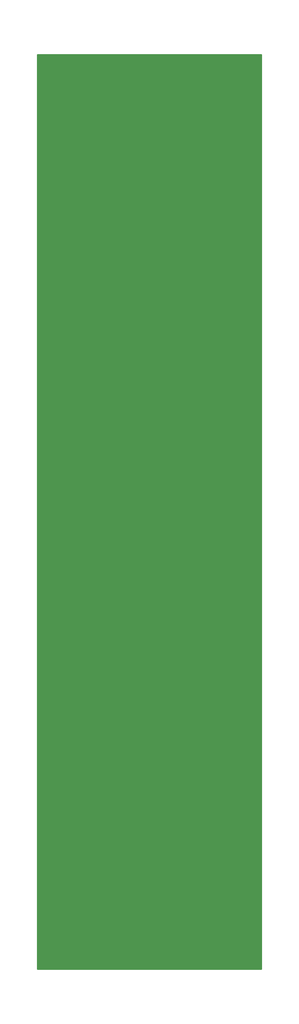
<source format=gtl>
%TF.GenerationSoftware,KiCad,Pcbnew,8.0.5*%
%TF.CreationDate,2024-12-04T20:04:43+01:00*%
%TF.ProjectId,DMH_Mixer_PANEL,444d485f-4d69-4786-9572-5f50414e454c,rev?*%
%TF.SameCoordinates,Original*%
%TF.FileFunction,Copper,L1,Top*%
%TF.FilePolarity,Positive*%
%FSLAX46Y46*%
G04 Gerber Fmt 4.6, Leading zero omitted, Abs format (unit mm)*
G04 Created by KiCad (PCBNEW 8.0.5) date 2024-12-04 20:04:43*
%MOMM*%
%LPD*%
G01*
G04 APERTURE LIST*
%TA.AperFunction,ComponentPad*%
%ADD10C,4.000000*%
%TD*%
%TA.AperFunction,ComponentPad*%
%ADD11C,2.900000*%
%TD*%
%TA.AperFunction,ComponentPad*%
%ADD12C,13.000000*%
%TD*%
%TA.AperFunction,ComponentPad*%
%ADD13C,0.500000*%
%TD*%
%TA.AperFunction,ConnectorPad*%
%ADD14C,12.000000*%
%TD*%
%TA.AperFunction,ComponentPad*%
%ADD15O,2.500000X1.500000*%
%TD*%
%TA.AperFunction,ComponentPad*%
%ADD16C,2.600000*%
%TD*%
G04 APERTURE END LIST*
D10*
%TO.P,H3,1,1*%
%TO.N,GND*%
X53500000Y-226500000D03*
%TD*%
D11*
%TO.P,H18,1,1*%
%TO.N,GND*%
X58500000Y-123100000D03*
D12*
X58500000Y-129500000D03*
%TD*%
D13*
%TO.P,H8,1,1*%
%TO.N,GND*%
X85800000Y-208750000D03*
X87460000Y-204720000D03*
X87470000Y-212790000D03*
X91500000Y-203050000D03*
D14*
X91500000Y-208750000D03*
D13*
X91500000Y-214450000D03*
X95530000Y-212790000D03*
X95540000Y-204720000D03*
X97200000Y-208750000D03*
%TD*%
%TO.P,H5,1,1*%
%TO.N,GND*%
X52800000Y-190250000D03*
X54460000Y-186220000D03*
X54470000Y-194290000D03*
X58500000Y-184550000D03*
D14*
X58500000Y-190250000D03*
D13*
X58500000Y-195950000D03*
X62530000Y-194290000D03*
X62540000Y-186220000D03*
X64200000Y-190250000D03*
%TD*%
D14*
%TO.P,H13,1,1*%
%TO.N,GND*%
X83250000Y-129500000D03*
D15*
X83250000Y-135500000D03*
%TD*%
D11*
%TO.P,H14,1,1*%
%TO.N,GND*%
X58500000Y-52100000D03*
D12*
X58500000Y-58500000D03*
%TD*%
D14*
%TO.P,H11,1,1*%
%TO.N,GND*%
X83250000Y-58500000D03*
D15*
X83250000Y-64500000D03*
%TD*%
D11*
%TO.P,H19,1,1*%
%TO.N,GND*%
X58500000Y-158600000D03*
D12*
X58500000Y-165000000D03*
%TD*%
D13*
%TO.P,H6,1,1*%
%TO.N,GND*%
X69300000Y-190250000D03*
X70960000Y-186220000D03*
X70970000Y-194290000D03*
X75000000Y-184550000D03*
D14*
X75000000Y-190250000D03*
D13*
X75000000Y-195950000D03*
X79030000Y-194290000D03*
X79040000Y-186220000D03*
X80700000Y-190250000D03*
%TD*%
%TO.P,H7,1,1*%
%TO.N,GND*%
X52800000Y-208750000D03*
X54460000Y-204720000D03*
X54470000Y-212790000D03*
X58500000Y-203050000D03*
D14*
X58500000Y-208750000D03*
D13*
X58500000Y-214450000D03*
X62530000Y-212790000D03*
X62540000Y-204720000D03*
X64200000Y-208750000D03*
%TD*%
D14*
%TO.P,H12,1,1*%
%TO.N,GND*%
X83250000Y-94000000D03*
D15*
X83250000Y-100000000D03*
%TD*%
D13*
%TO.P,H15,1,1*%
%TO.N,GND*%
X69300000Y-208750000D03*
X70960000Y-204720000D03*
X70970000Y-212790000D03*
X75000000Y-203050000D03*
D14*
X75000000Y-208750000D03*
D13*
X75000000Y-214450000D03*
X79030000Y-212790000D03*
X79040000Y-204720000D03*
X80700000Y-208750000D03*
%TD*%
D10*
%TO.P,H2,1,1*%
%TO.N,GND*%
X96500000Y-33500000D03*
%TD*%
%TO.P,H4,1,1*%
%TO.N,GND*%
X96500000Y-226500000D03*
%TD*%
D14*
%TO.P,H16,1,1*%
%TO.N,GND*%
X83250000Y-165000000D03*
D15*
X83250000Y-171000000D03*
%TD*%
D10*
%TO.P,H1,1,1*%
%TO.N,GND*%
X53500000Y-33500000D03*
%TD*%
D16*
%TO.P,H9,1,1*%
%TO.N,GND*%
X91500000Y-185050000D03*
D12*
X91500000Y-190250000D03*
%TD*%
D11*
%TO.P,H17,1,1*%
%TO.N,GND*%
X58500000Y-87600000D03*
D12*
X58500000Y-94000000D03*
%TD*%
%TA.AperFunction,Conductor*%
%TO.N,GND*%
G36*
X99442539Y-30520185D02*
G01*
X99488294Y-30572989D01*
X99499500Y-30624500D01*
X99499500Y-229375500D01*
X99479815Y-229442539D01*
X99427011Y-229488294D01*
X99375500Y-229499500D01*
X50624500Y-229499500D01*
X50557461Y-229479815D01*
X50511706Y-229427011D01*
X50500500Y-229375500D01*
X50500500Y-208749993D01*
X53094630Y-208749993D01*
X53094630Y-208750006D01*
X53114101Y-209208394D01*
X53172381Y-209663513D01*
X53269043Y-210112028D01*
X53403399Y-210550746D01*
X53403401Y-210550751D01*
X53574468Y-210976468D01*
X53574472Y-210976479D01*
X53781026Y-211386154D01*
X53781037Y-211386174D01*
X53901317Y-211581521D01*
X54021599Y-211776871D01*
X54294429Y-212145762D01*
X54597560Y-212490186D01*
X54928809Y-212807662D01*
X55285788Y-213095902D01*
X55665925Y-213352830D01*
X56066482Y-213576595D01*
X56066485Y-213576596D01*
X56066494Y-213576601D01*
X56484566Y-213765581D01*
X56484573Y-213765584D01*
X56917185Y-213918435D01*
X57361201Y-214034048D01*
X57813422Y-214111589D01*
X57954946Y-214123634D01*
X58270571Y-214150499D01*
X58270588Y-214150499D01*
X58270590Y-214150500D01*
X58270591Y-214150500D01*
X58729409Y-214150500D01*
X58729410Y-214150500D01*
X58729411Y-214150499D01*
X58729428Y-214150499D01*
X59001523Y-214127339D01*
X59186578Y-214111589D01*
X59638799Y-214034048D01*
X60082815Y-213918435D01*
X60515427Y-213765584D01*
X60933518Y-213576595D01*
X61334075Y-213352830D01*
X61714212Y-213095902D01*
X62071191Y-212807662D01*
X62402440Y-212490186D01*
X62705571Y-212145762D01*
X62978401Y-211776871D01*
X63218964Y-211386172D01*
X63425527Y-210976479D01*
X63596601Y-210550744D01*
X63730955Y-210112035D01*
X63827619Y-209663512D01*
X63885897Y-209208407D01*
X63905370Y-208750000D01*
X63905370Y-208749993D01*
X69594630Y-208749993D01*
X69594630Y-208750006D01*
X69614101Y-209208394D01*
X69672381Y-209663513D01*
X69769043Y-210112028D01*
X69903399Y-210550746D01*
X69903401Y-210550751D01*
X70074468Y-210976468D01*
X70074472Y-210976479D01*
X70281026Y-211386154D01*
X70281037Y-211386174D01*
X70401317Y-211581521D01*
X70521599Y-211776871D01*
X70794429Y-212145762D01*
X71097560Y-212490186D01*
X71428809Y-212807662D01*
X71785788Y-213095902D01*
X72165925Y-213352830D01*
X72566482Y-213576595D01*
X72566485Y-213576596D01*
X72566494Y-213576601D01*
X72984566Y-213765581D01*
X72984573Y-213765584D01*
X73417185Y-213918435D01*
X73861201Y-214034048D01*
X74313422Y-214111589D01*
X74454946Y-214123634D01*
X74770571Y-214150499D01*
X74770588Y-214150499D01*
X74770590Y-214150500D01*
X74770591Y-214150500D01*
X75229409Y-214150500D01*
X75229410Y-214150500D01*
X75229411Y-214150499D01*
X75229428Y-214150499D01*
X75501523Y-214127339D01*
X75686578Y-214111589D01*
X76138799Y-214034048D01*
X76582815Y-213918435D01*
X77015427Y-213765584D01*
X77433518Y-213576595D01*
X77834075Y-213352830D01*
X78214212Y-213095902D01*
X78571191Y-212807662D01*
X78902440Y-212490186D01*
X79205571Y-212145762D01*
X79478401Y-211776871D01*
X79718964Y-211386172D01*
X79925527Y-210976479D01*
X80096601Y-210550744D01*
X80230955Y-210112035D01*
X80327619Y-209663512D01*
X80385897Y-209208407D01*
X80405370Y-208750000D01*
X80405370Y-208749993D01*
X86094630Y-208749993D01*
X86094630Y-208750006D01*
X86114101Y-209208394D01*
X86172381Y-209663513D01*
X86269043Y-210112028D01*
X86403399Y-210550746D01*
X86403401Y-210550751D01*
X86574468Y-210976468D01*
X86574472Y-210976479D01*
X86781026Y-211386154D01*
X86781037Y-211386174D01*
X86901317Y-211581521D01*
X87021599Y-211776871D01*
X87294429Y-212145762D01*
X87597560Y-212490186D01*
X87928809Y-212807662D01*
X88285788Y-213095902D01*
X88665925Y-213352830D01*
X89066482Y-213576595D01*
X89066485Y-213576596D01*
X89066494Y-213576601D01*
X89484566Y-213765581D01*
X89484573Y-213765584D01*
X89917185Y-213918435D01*
X90361201Y-214034048D01*
X90813422Y-214111589D01*
X90954946Y-214123634D01*
X91270571Y-214150499D01*
X91270588Y-214150499D01*
X91270590Y-214150500D01*
X91270591Y-214150500D01*
X91729409Y-214150500D01*
X91729410Y-214150500D01*
X91729411Y-214150499D01*
X91729428Y-214150499D01*
X92001523Y-214127339D01*
X92186578Y-214111589D01*
X92638799Y-214034048D01*
X93082815Y-213918435D01*
X93515427Y-213765584D01*
X93933518Y-213576595D01*
X94334075Y-213352830D01*
X94714212Y-213095902D01*
X95071191Y-212807662D01*
X95402440Y-212490186D01*
X95705571Y-212145762D01*
X95978401Y-211776871D01*
X96218964Y-211386172D01*
X96425527Y-210976479D01*
X96596601Y-210550744D01*
X96730955Y-210112035D01*
X96827619Y-209663512D01*
X96885897Y-209208407D01*
X96905370Y-208750000D01*
X96885897Y-208291593D01*
X96827619Y-207836488D01*
X96730955Y-207387965D01*
X96596601Y-206949256D01*
X96425527Y-206523521D01*
X96425527Y-206523520D01*
X96218973Y-206113845D01*
X96218962Y-206113825D01*
X96167601Y-206030410D01*
X95978401Y-205723129D01*
X95705571Y-205354238D01*
X95402440Y-205009814D01*
X95071191Y-204692338D01*
X94714212Y-204404098D01*
X94334075Y-204147170D01*
X94311723Y-204134683D01*
X93933526Y-203923409D01*
X93933505Y-203923398D01*
X93515433Y-203734418D01*
X93082810Y-203581563D01*
X92638797Y-203465951D01*
X92186588Y-203388412D01*
X92186562Y-203388409D01*
X91729428Y-203349500D01*
X91729410Y-203349500D01*
X91270590Y-203349500D01*
X91270571Y-203349500D01*
X90813437Y-203388409D01*
X90813411Y-203388412D01*
X90361202Y-203465951D01*
X89917189Y-203581563D01*
X89484566Y-203734418D01*
X89066494Y-203923398D01*
X89066473Y-203923409D01*
X88665933Y-204147165D01*
X88665914Y-204147177D01*
X88285793Y-204404094D01*
X87928806Y-204692340D01*
X87597559Y-205009814D01*
X87294435Y-205354230D01*
X87021598Y-205723130D01*
X86781037Y-206113825D01*
X86781026Y-206113845D01*
X86574472Y-206523520D01*
X86574468Y-206523531D01*
X86403401Y-206949248D01*
X86403399Y-206949253D01*
X86269043Y-207387971D01*
X86172381Y-207836486D01*
X86114101Y-208291605D01*
X86094630Y-208749993D01*
X80405370Y-208749993D01*
X80385897Y-208291593D01*
X80327619Y-207836488D01*
X80230955Y-207387965D01*
X80096601Y-206949256D01*
X79925527Y-206523521D01*
X79925527Y-206523520D01*
X79718973Y-206113845D01*
X79718962Y-206113825D01*
X79667601Y-206030410D01*
X79478401Y-205723129D01*
X79205571Y-205354238D01*
X78902440Y-205009814D01*
X78571191Y-204692338D01*
X78214212Y-204404098D01*
X77834075Y-204147170D01*
X77811723Y-204134683D01*
X77433526Y-203923409D01*
X77433505Y-203923398D01*
X77015433Y-203734418D01*
X76582810Y-203581563D01*
X76138797Y-203465951D01*
X75686588Y-203388412D01*
X75686562Y-203388409D01*
X75229428Y-203349500D01*
X75229410Y-203349500D01*
X74770590Y-203349500D01*
X74770571Y-203349500D01*
X74313437Y-203388409D01*
X74313411Y-203388412D01*
X73861202Y-203465951D01*
X73417189Y-203581563D01*
X72984566Y-203734418D01*
X72566494Y-203923398D01*
X72566473Y-203923409D01*
X72165933Y-204147165D01*
X72165914Y-204147177D01*
X71785793Y-204404094D01*
X71428806Y-204692340D01*
X71097559Y-205009814D01*
X70794435Y-205354230D01*
X70521598Y-205723130D01*
X70281037Y-206113825D01*
X70281026Y-206113845D01*
X70074472Y-206523520D01*
X70074468Y-206523531D01*
X69903401Y-206949248D01*
X69903399Y-206949253D01*
X69769043Y-207387971D01*
X69672381Y-207836486D01*
X69614101Y-208291605D01*
X69594630Y-208749993D01*
X63905370Y-208749993D01*
X63885897Y-208291593D01*
X63827619Y-207836488D01*
X63730955Y-207387965D01*
X63596601Y-206949256D01*
X63425527Y-206523521D01*
X63425527Y-206523520D01*
X63218973Y-206113845D01*
X63218962Y-206113825D01*
X63167601Y-206030410D01*
X62978401Y-205723129D01*
X62705571Y-205354238D01*
X62402440Y-205009814D01*
X62071191Y-204692338D01*
X61714212Y-204404098D01*
X61334075Y-204147170D01*
X61311723Y-204134683D01*
X60933526Y-203923409D01*
X60933505Y-203923398D01*
X60515433Y-203734418D01*
X60082810Y-203581563D01*
X59638797Y-203465951D01*
X59186588Y-203388412D01*
X59186562Y-203388409D01*
X58729428Y-203349500D01*
X58729410Y-203349500D01*
X58270590Y-203349500D01*
X58270571Y-203349500D01*
X57813437Y-203388409D01*
X57813411Y-203388412D01*
X57361202Y-203465951D01*
X56917189Y-203581563D01*
X56484566Y-203734418D01*
X56066494Y-203923398D01*
X56066473Y-203923409D01*
X55665933Y-204147165D01*
X55665914Y-204147177D01*
X55285793Y-204404094D01*
X54928806Y-204692340D01*
X54597559Y-205009814D01*
X54294435Y-205354230D01*
X54021598Y-205723130D01*
X53781037Y-206113825D01*
X53781026Y-206113845D01*
X53574472Y-206523520D01*
X53574468Y-206523531D01*
X53403401Y-206949248D01*
X53403399Y-206949253D01*
X53269043Y-207387971D01*
X53172381Y-207836486D01*
X53114101Y-208291605D01*
X53094630Y-208749993D01*
X50500500Y-208749993D01*
X50500500Y-190249993D01*
X53094630Y-190249993D01*
X53094630Y-190250006D01*
X53114101Y-190708394D01*
X53172381Y-191163513D01*
X53269043Y-191612028D01*
X53403399Y-192050746D01*
X53403401Y-192050751D01*
X53574468Y-192476468D01*
X53574472Y-192476479D01*
X53781026Y-192886154D01*
X53781037Y-192886174D01*
X53901317Y-193081521D01*
X54021599Y-193276871D01*
X54294429Y-193645762D01*
X54597560Y-193990186D01*
X54928809Y-194307662D01*
X55285788Y-194595902D01*
X55665925Y-194852830D01*
X56066482Y-195076595D01*
X56066485Y-195076596D01*
X56066494Y-195076601D01*
X56484566Y-195265581D01*
X56484573Y-195265584D01*
X56917185Y-195418435D01*
X57361201Y-195534048D01*
X57813422Y-195611589D01*
X57954946Y-195623634D01*
X58270571Y-195650499D01*
X58270588Y-195650499D01*
X58270590Y-195650500D01*
X58270591Y-195650500D01*
X58729409Y-195650500D01*
X58729410Y-195650500D01*
X58729411Y-195650499D01*
X58729428Y-195650499D01*
X59001523Y-195627339D01*
X59186578Y-195611589D01*
X59638799Y-195534048D01*
X60082815Y-195418435D01*
X60515427Y-195265584D01*
X60933518Y-195076595D01*
X61334075Y-194852830D01*
X61714212Y-194595902D01*
X62071191Y-194307662D01*
X62402440Y-193990186D01*
X62705571Y-193645762D01*
X62978401Y-193276871D01*
X63218964Y-192886172D01*
X63425527Y-192476479D01*
X63596601Y-192050744D01*
X63730955Y-191612035D01*
X63827619Y-191163512D01*
X63885897Y-190708407D01*
X63905370Y-190250000D01*
X63905370Y-190249993D01*
X69594630Y-190249993D01*
X69594630Y-190250006D01*
X69614101Y-190708394D01*
X69672381Y-191163513D01*
X69769043Y-191612028D01*
X69903399Y-192050746D01*
X69903401Y-192050751D01*
X70074468Y-192476468D01*
X70074472Y-192476479D01*
X70281026Y-192886154D01*
X70281037Y-192886174D01*
X70401317Y-193081521D01*
X70521599Y-193276871D01*
X70794429Y-193645762D01*
X71097560Y-193990186D01*
X71428809Y-194307662D01*
X71785788Y-194595902D01*
X72165925Y-194852830D01*
X72566482Y-195076595D01*
X72566485Y-195076596D01*
X72566494Y-195076601D01*
X72984566Y-195265581D01*
X72984573Y-195265584D01*
X73417185Y-195418435D01*
X73861201Y-195534048D01*
X74313422Y-195611589D01*
X74454946Y-195623634D01*
X74770571Y-195650499D01*
X74770588Y-195650499D01*
X74770590Y-195650500D01*
X74770591Y-195650500D01*
X75229409Y-195650500D01*
X75229410Y-195650500D01*
X75229411Y-195650499D01*
X75229428Y-195650499D01*
X75501523Y-195627339D01*
X75686578Y-195611589D01*
X76138799Y-195534048D01*
X76582815Y-195418435D01*
X77015427Y-195265584D01*
X77433518Y-195076595D01*
X77834075Y-194852830D01*
X78214212Y-194595902D01*
X78571191Y-194307662D01*
X78902440Y-193990186D01*
X79205571Y-193645762D01*
X79478401Y-193276871D01*
X79718964Y-192886172D01*
X79925527Y-192476479D01*
X80096601Y-192050744D01*
X80230955Y-191612035D01*
X80327619Y-191163512D01*
X80385897Y-190708407D01*
X80405370Y-190250000D01*
X80385897Y-189791593D01*
X80327619Y-189336488D01*
X80230955Y-188887965D01*
X80096601Y-188449256D01*
X79925527Y-188023521D01*
X79925527Y-188023520D01*
X79718973Y-187613845D01*
X79718962Y-187613825D01*
X79667601Y-187530410D01*
X79478401Y-187223129D01*
X79205571Y-186854238D01*
X78902440Y-186509814D01*
X78571191Y-186192338D01*
X78214212Y-185904098D01*
X77834075Y-185647170D01*
X77811723Y-185634683D01*
X77433526Y-185423409D01*
X77433505Y-185423398D01*
X77015433Y-185234418D01*
X76582810Y-185081563D01*
X76138797Y-184965951D01*
X75686588Y-184888412D01*
X75686562Y-184888409D01*
X75229428Y-184849500D01*
X75229410Y-184849500D01*
X74770590Y-184849500D01*
X74770571Y-184849500D01*
X74313437Y-184888409D01*
X74313411Y-184888412D01*
X73861202Y-184965951D01*
X73417189Y-185081563D01*
X72984566Y-185234418D01*
X72566494Y-185423398D01*
X72566473Y-185423409D01*
X72165933Y-185647165D01*
X72165914Y-185647177D01*
X71785793Y-185904094D01*
X71428806Y-186192340D01*
X71097559Y-186509814D01*
X70794435Y-186854230D01*
X70521598Y-187223130D01*
X70281037Y-187613825D01*
X70281026Y-187613845D01*
X70074472Y-188023520D01*
X70074468Y-188023531D01*
X69903401Y-188449248D01*
X69903399Y-188449253D01*
X69769043Y-188887971D01*
X69672381Y-189336486D01*
X69614101Y-189791605D01*
X69594630Y-190249993D01*
X63905370Y-190249993D01*
X63885897Y-189791593D01*
X63827619Y-189336488D01*
X63730955Y-188887965D01*
X63596601Y-188449256D01*
X63425527Y-188023521D01*
X63425527Y-188023520D01*
X63218973Y-187613845D01*
X63218962Y-187613825D01*
X63167601Y-187530410D01*
X62978401Y-187223129D01*
X62705571Y-186854238D01*
X62402440Y-186509814D01*
X62071191Y-186192338D01*
X61714212Y-185904098D01*
X61334075Y-185647170D01*
X61311723Y-185634683D01*
X60933526Y-185423409D01*
X60933505Y-185423398D01*
X60515433Y-185234418D01*
X60082810Y-185081563D01*
X59638797Y-184965951D01*
X59186588Y-184888412D01*
X59186562Y-184888409D01*
X58729428Y-184849500D01*
X58729410Y-184849500D01*
X58270590Y-184849500D01*
X58270571Y-184849500D01*
X57813437Y-184888409D01*
X57813411Y-184888412D01*
X57361202Y-184965951D01*
X56917189Y-185081563D01*
X56484566Y-185234418D01*
X56066494Y-185423398D01*
X56066473Y-185423409D01*
X55665933Y-185647165D01*
X55665914Y-185647177D01*
X55285793Y-185904094D01*
X54928806Y-186192340D01*
X54597559Y-186509814D01*
X54294435Y-186854230D01*
X54021598Y-187223130D01*
X53781037Y-187613825D01*
X53781026Y-187613845D01*
X53574472Y-188023520D01*
X53574468Y-188023531D01*
X53403401Y-188449248D01*
X53403399Y-188449253D01*
X53269043Y-188887971D01*
X53172381Y-189336486D01*
X53114101Y-189791605D01*
X53094630Y-190249993D01*
X50500500Y-190249993D01*
X50500500Y-165000000D01*
X79244675Y-165000000D01*
X79263962Y-165392591D01*
X79263962Y-165392597D01*
X79263963Y-165392599D01*
X79321637Y-165781406D01*
X79417143Y-166162684D01*
X79549561Y-166532770D01*
X79549562Y-166532772D01*
X79717620Y-166888100D01*
X79919692Y-167225236D01*
X80153846Y-167540956D01*
X80417807Y-167832192D01*
X80709043Y-168096153D01*
X80709049Y-168096158D01*
X81024761Y-168330306D01*
X81024763Y-168330307D01*
X81361899Y-168532379D01*
X81361902Y-168532380D01*
X81361903Y-168532381D01*
X81717228Y-168700438D01*
X82087316Y-168832857D01*
X82468600Y-168928364D01*
X82857409Y-168986038D01*
X83250000Y-169005325D01*
X83642591Y-168986038D01*
X84031400Y-168928364D01*
X84412684Y-168832857D01*
X84782772Y-168700438D01*
X85138097Y-168532381D01*
X85475239Y-168330306D01*
X85790951Y-168096158D01*
X86082192Y-167832192D01*
X86346158Y-167540951D01*
X86580306Y-167225239D01*
X86782381Y-166888097D01*
X86950438Y-166532772D01*
X87082857Y-166162684D01*
X87178364Y-165781400D01*
X87236038Y-165392591D01*
X87255325Y-165000000D01*
X87236038Y-164607409D01*
X87178364Y-164218600D01*
X87082857Y-163837316D01*
X86950438Y-163467228D01*
X86782381Y-163111903D01*
X86580306Y-162774761D01*
X86346158Y-162459049D01*
X86346153Y-162459043D01*
X86082192Y-162167807D01*
X85790956Y-161903846D01*
X85475236Y-161669692D01*
X85138100Y-161467620D01*
X84782772Y-161299562D01*
X84782770Y-161299561D01*
X84412684Y-161167143D01*
X84031406Y-161071637D01*
X84031401Y-161071636D01*
X84031400Y-161071636D01*
X83887256Y-161050254D01*
X83642599Y-161013963D01*
X83642597Y-161013962D01*
X83642591Y-161013962D01*
X83250000Y-160994675D01*
X82857409Y-161013962D01*
X82857403Y-161013962D01*
X82857400Y-161013963D01*
X82468593Y-161071637D01*
X82087315Y-161167143D01*
X81717229Y-161299561D01*
X81717227Y-161299562D01*
X81361899Y-161467620D01*
X81024763Y-161669692D01*
X80709043Y-161903846D01*
X80417807Y-162167807D01*
X80153846Y-162459043D01*
X79919692Y-162774763D01*
X79717620Y-163111899D01*
X79549562Y-163467227D01*
X79549561Y-163467229D01*
X79417143Y-163837315D01*
X79321637Y-164218593D01*
X79321636Y-164218600D01*
X79263962Y-164607409D01*
X79244675Y-165000000D01*
X50500500Y-165000000D01*
X50500500Y-129500000D01*
X79244675Y-129500000D01*
X79263962Y-129892591D01*
X79263962Y-129892597D01*
X79263963Y-129892599D01*
X79321637Y-130281406D01*
X79417143Y-130662684D01*
X79549561Y-131032770D01*
X79549562Y-131032772D01*
X79717620Y-131388100D01*
X79919692Y-131725236D01*
X80153846Y-132040956D01*
X80417807Y-132332192D01*
X80709043Y-132596153D01*
X80709049Y-132596158D01*
X81024761Y-132830306D01*
X81024763Y-132830307D01*
X81361899Y-133032379D01*
X81361902Y-133032380D01*
X81361903Y-133032381D01*
X81717228Y-133200438D01*
X82087316Y-133332857D01*
X82468600Y-133428364D01*
X82857409Y-133486038D01*
X83250000Y-133505325D01*
X83642591Y-133486038D01*
X84031400Y-133428364D01*
X84412684Y-133332857D01*
X84782772Y-133200438D01*
X85138097Y-133032381D01*
X85475239Y-132830306D01*
X85790951Y-132596158D01*
X86082192Y-132332192D01*
X86346158Y-132040951D01*
X86580306Y-131725239D01*
X86782381Y-131388097D01*
X86950438Y-131032772D01*
X87082857Y-130662684D01*
X87178364Y-130281400D01*
X87236038Y-129892591D01*
X87255325Y-129500000D01*
X87236038Y-129107409D01*
X87178364Y-128718600D01*
X87082857Y-128337316D01*
X86950438Y-127967228D01*
X86782381Y-127611903D01*
X86580306Y-127274761D01*
X86346158Y-126959049D01*
X86346153Y-126959043D01*
X86082192Y-126667807D01*
X85790956Y-126403846D01*
X85475236Y-126169692D01*
X85138100Y-125967620D01*
X84782772Y-125799562D01*
X84782770Y-125799561D01*
X84412684Y-125667143D01*
X84031406Y-125571637D01*
X84031401Y-125571636D01*
X84031400Y-125571636D01*
X83887256Y-125550254D01*
X83642599Y-125513963D01*
X83642597Y-125513962D01*
X83642591Y-125513962D01*
X83250000Y-125494675D01*
X82857409Y-125513962D01*
X82857403Y-125513962D01*
X82857400Y-125513963D01*
X82468593Y-125571637D01*
X82087315Y-125667143D01*
X81717229Y-125799561D01*
X81717227Y-125799562D01*
X81361899Y-125967620D01*
X81024763Y-126169692D01*
X80709043Y-126403846D01*
X80417807Y-126667807D01*
X80153846Y-126959043D01*
X79919692Y-127274763D01*
X79717620Y-127611899D01*
X79549562Y-127967227D01*
X79549561Y-127967229D01*
X79417143Y-128337315D01*
X79321637Y-128718593D01*
X79321636Y-128718600D01*
X79263962Y-129107409D01*
X79244675Y-129500000D01*
X50500500Y-129500000D01*
X50500500Y-94000000D01*
X79244675Y-94000000D01*
X79263962Y-94392591D01*
X79263962Y-94392597D01*
X79263963Y-94392599D01*
X79321637Y-94781406D01*
X79417143Y-95162684D01*
X79549561Y-95532770D01*
X79549562Y-95532772D01*
X79717620Y-95888100D01*
X79919692Y-96225236D01*
X80153846Y-96540956D01*
X80417807Y-96832192D01*
X80709043Y-97096153D01*
X80709049Y-97096158D01*
X81024761Y-97330306D01*
X81024763Y-97330307D01*
X81361899Y-97532379D01*
X81361902Y-97532380D01*
X81361903Y-97532381D01*
X81717228Y-97700438D01*
X82087316Y-97832857D01*
X82468600Y-97928364D01*
X82857409Y-97986038D01*
X83250000Y-98005325D01*
X83642591Y-97986038D01*
X84031400Y-97928364D01*
X84412684Y-97832857D01*
X84782772Y-97700438D01*
X85138097Y-97532381D01*
X85475239Y-97330306D01*
X85790951Y-97096158D01*
X86082192Y-96832192D01*
X86346158Y-96540951D01*
X86580306Y-96225239D01*
X86782381Y-95888097D01*
X86950438Y-95532772D01*
X87082857Y-95162684D01*
X87178364Y-94781400D01*
X87236038Y-94392591D01*
X87255325Y-94000000D01*
X87236038Y-93607409D01*
X87178364Y-93218600D01*
X87082857Y-92837316D01*
X86950438Y-92467228D01*
X86782381Y-92111903D01*
X86580306Y-91774761D01*
X86346158Y-91459049D01*
X86346153Y-91459043D01*
X86082192Y-91167807D01*
X85790956Y-90903846D01*
X85475236Y-90669692D01*
X85138100Y-90467620D01*
X84782772Y-90299562D01*
X84782770Y-90299561D01*
X84412684Y-90167143D01*
X84031406Y-90071637D01*
X84031401Y-90071636D01*
X84031400Y-90071636D01*
X83887256Y-90050254D01*
X83642599Y-90013963D01*
X83642597Y-90013962D01*
X83642591Y-90013962D01*
X83250000Y-89994675D01*
X82857409Y-90013962D01*
X82857403Y-90013962D01*
X82857400Y-90013963D01*
X82468593Y-90071637D01*
X82087315Y-90167143D01*
X81717229Y-90299561D01*
X81717227Y-90299562D01*
X81361899Y-90467620D01*
X81024763Y-90669692D01*
X80709043Y-90903846D01*
X80417807Y-91167807D01*
X80153846Y-91459043D01*
X79919692Y-91774763D01*
X79717620Y-92111899D01*
X79549562Y-92467227D01*
X79549561Y-92467229D01*
X79417143Y-92837315D01*
X79321637Y-93218593D01*
X79321636Y-93218600D01*
X79263962Y-93607409D01*
X79244675Y-94000000D01*
X50500500Y-94000000D01*
X50500500Y-58500000D01*
X79244675Y-58500000D01*
X79263962Y-58892591D01*
X79263962Y-58892597D01*
X79263963Y-58892599D01*
X79321637Y-59281406D01*
X79417143Y-59662684D01*
X79549561Y-60032770D01*
X79549562Y-60032772D01*
X79717620Y-60388100D01*
X79919692Y-60725236D01*
X80153846Y-61040956D01*
X80417807Y-61332192D01*
X80709043Y-61596153D01*
X80709049Y-61596158D01*
X81024761Y-61830306D01*
X81024763Y-61830307D01*
X81361899Y-62032379D01*
X81361902Y-62032380D01*
X81361903Y-62032381D01*
X81717228Y-62200438D01*
X82087316Y-62332857D01*
X82468600Y-62428364D01*
X82857409Y-62486038D01*
X83250000Y-62505325D01*
X83642591Y-62486038D01*
X84031400Y-62428364D01*
X84412684Y-62332857D01*
X84782772Y-62200438D01*
X85138097Y-62032381D01*
X85475239Y-61830306D01*
X85790951Y-61596158D01*
X86082192Y-61332192D01*
X86346158Y-61040951D01*
X86580306Y-60725239D01*
X86782381Y-60388097D01*
X86950438Y-60032772D01*
X87082857Y-59662684D01*
X87178364Y-59281400D01*
X87236038Y-58892591D01*
X87255325Y-58500000D01*
X87236038Y-58107409D01*
X87178364Y-57718600D01*
X87082857Y-57337316D01*
X86950438Y-56967228D01*
X86782381Y-56611903D01*
X86580306Y-56274761D01*
X86346158Y-55959049D01*
X86346153Y-55959043D01*
X86082192Y-55667807D01*
X85790956Y-55403846D01*
X85475236Y-55169692D01*
X85138100Y-54967620D01*
X84782772Y-54799562D01*
X84782770Y-54799561D01*
X84412684Y-54667143D01*
X84031406Y-54571637D01*
X84031401Y-54571636D01*
X84031400Y-54571636D01*
X83887256Y-54550254D01*
X83642599Y-54513963D01*
X83642597Y-54513962D01*
X83642591Y-54513962D01*
X83250000Y-54494675D01*
X82857409Y-54513962D01*
X82857403Y-54513962D01*
X82857400Y-54513963D01*
X82468593Y-54571637D01*
X82087315Y-54667143D01*
X81717229Y-54799561D01*
X81717227Y-54799562D01*
X81361899Y-54967620D01*
X81024763Y-55169692D01*
X80709043Y-55403846D01*
X80417807Y-55667807D01*
X80153846Y-55959043D01*
X79919692Y-56274763D01*
X79717620Y-56611899D01*
X79549562Y-56967227D01*
X79549561Y-56967229D01*
X79417143Y-57337315D01*
X79321637Y-57718593D01*
X79321636Y-57718600D01*
X79263962Y-58107409D01*
X79244675Y-58500000D01*
X50500500Y-58500000D01*
X50500500Y-30624500D01*
X50520185Y-30557461D01*
X50572989Y-30511706D01*
X50624500Y-30500500D01*
X99375500Y-30500500D01*
X99442539Y-30520185D01*
G37*
%TD.AperFunction*%
%TD*%
M02*

</source>
